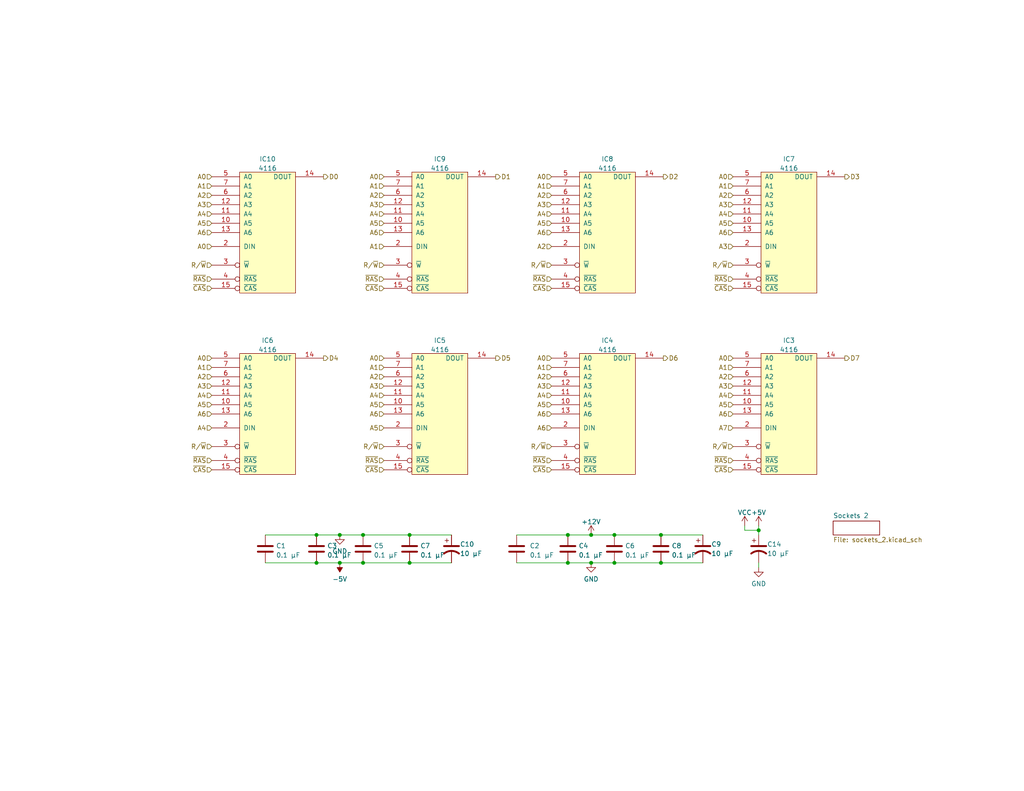
<source format=kicad_sch>
(kicad_sch (version 20250114) (generator "eeschema") (generator_version "9.0")
  (paper "USLetter")
  (title_block (date "2022-11-20") (comment 3 "Color Graphics\" by Steve Ciarcia, Byte, August 1982") (comment 4 "Transcribed from \"High-Resolution Sprite-Oriented"))
  (lib_symbols
    (symbol "partdb:C315C104M5U5TA7303" (pin_numbers (hide yes)) (pin_names (offset 0.254)) (exclude_from_sim yes)
      (property "Reference" "C" (at 0.635 2.54 0))
      (property "Value" "0.1 µF" (at 0.635 -2.54 0))
      (symbol "C315C104M5U5TA7303_0_1"
        (polyline (pts (xy -2.032 0.762) (xy 2.032 0.762)) (stroke (width 0.508)))
        (polyline (pts (xy -2.032 -0.762) (xy 2.032 -0.762)) (stroke (width 0.508)))
      )
      (symbol "C315C104M5U5TA7303_1_1"
        (pin passive line (at 0 3.81 270) (length 2.794) (name "~") (number "1"))
        (pin passive line (at 0 -3.81 90) (length 2.794) (name "~") (number "2"))
      )
    )
    (symbol "partdb:ECE-A1EKS100B" (pin_numbers (hide yes)) (pin_names (offset 0.254) (hide yes)) (exclude_from_sim yes)
      (property "Reference" "C" (at 0.635 2.54 0))
      (property "Value" "10 µF" (at 0.635 -2.54 0))
      (symbol "ECE-A1EKS100B_0_1"
        (polyline (pts (xy -2.032 0.762) (xy 2.032 0.762)) (stroke (width 0.508)))
        (polyline (pts (xy -1.778 2.286) (xy -0.762 2.286)))
        (polyline (pts (xy -1.27 1.778) (xy -1.27 2.794)))
        (arc (start -2.032 -1.27) (mid 0 -0.5572) (end 2.032 -1.27) (stroke (width 0.508)))
      )
      (symbol "ECE-A1EKS100B_1_1"
        (pin passive line (at 0 3.81 270) (length 2.794) (name "~") (number "1"))
        (pin passive line (at 0 -3.81 90) (length 3.302) (name "~") (number "2"))
      )
    )
    (symbol "partdb:MCM4116BP15" (pin_names (offset 1.016)) (exclude_from_sim yes)
      (property "Reference" "U" (at 0 28.7274 0))
      (property "Value" "MCM4116BP15" (at 0 26.416 0))
      (symbol "MCM4116BP15_0_0"
        (pin power_in line (at -2.54 24.13 270) (length 1.27) (hide yes) (name "-5V") (number "1"))
        (pin power_in line (at 0 24.13 270) (length 1.27) (hide yes) (name "VCC") (number "9"))
        (pin power_in line (at 0 -8.89 90) (length 1.27) (hide yes) (name "GND") (number "16"))
        (pin power_in line (at 2.54 24.13 270) (length 1.27) (hide yes) (name "+12V") (number "8"))
      )
      (symbol "MCM4116BP15_0_1"
        (rectangle (start -7.62 24.13) (end 7.62 -8.89) (fill (type background)))
      )
      (symbol "MCM4116BP15_1_1"
        (pin input line (at -15.24 22.86 0) (length 7.62) (name "A0") (number "5"))
        (pin input line (at -15.24 20.32 0) (length 7.62) (name "A1") (number "7"))
        (pin input line (at -15.24 17.78 0) (length 7.62) (name "A2") (number "6"))
        (pin input line (at -15.24 15.24 0) (length 7.62) (name "A3") (number "12"))
        (pin input line (at -15.24 12.7 0) (length 7.62) (name "A4") (number "11"))
        (pin input line (at -15.24 10.16 0) (length 7.62) (name "A5") (number "10"))
        (pin input line (at -15.24 7.62 0) (length 7.62) (name "A6") (number "13"))
        (pin input line (at -15.24 3.81 0) (length 7.62) (name "DIN") (number "2"))
        (pin input inverted (at -15.24 -1.27 0) (length 7.62) (name "~{W}") (number "3"))
        (pin input inverted (at -15.24 -5.08 0) (length 7.62) (name "~{RAS}") (number "4"))
        (pin input inverted (at -15.24 -7.62 0) (length 7.62) (name "~{CAS}") (number "15"))
        (pin output line (at 15.24 22.86 180) (length 7.62) (name "DOUT") (number "14"))
      )
    )
    (symbol "power:+12V" (power) (pin_numbers (hide yes)) (pin_names (offset 0) (hide yes))
      (property "Value" "+12V" (at 0 3.556 0))
      (symbol "+12V_0_1"
        (polyline (pts (xy -0.762 1.27) (xy 0 2.54)))
        (polyline (pts (xy 0 2.54) (xy 0.762 1.27)))
        (polyline (pts (xy 0 0) (xy 0 2.54)))
      )
      (symbol "+12V_1_1"
        (pin power_in line (at 0 0 90) (length 0) (name "~") (number "1"))
      )
    )
    (symbol "power:+5V" (power) (pin_numbers (hide yes)) (pin_names (offset 0) (hide yes))
      (property "Value" "+5V" (at 0 3.556 0))
      (symbol "+5V_0_1"
        (polyline (pts (xy -0.762 1.27) (xy 0 2.54)))
        (polyline (pts (xy 0 2.54) (xy 0.762 1.27)))
        (polyline (pts (xy 0 0) (xy 0 2.54)))
      )
      (symbol "+5V_1_1"
        (pin power_in line (at 0 0 90) (length 0) (name "~") (number "1"))
      )
    )
    (symbol "power:-5V" (power) (pin_numbers (hide yes)) (pin_names (offset 0) (hide yes))
      (property "Value" "-5V" (at 0 3.556 0))
      (symbol "-5V_0_0"
        (pin power_in line (at 0 0 90) (length 0) (name "~") (number "1"))
      )
      (symbol "-5V_0_1"
        (polyline (pts (xy 0 0) (xy 0 1.27) (xy 0.762 1.27) (xy 0 2.54) (xy -0.762 1.27) (xy 0 1.27)) (fill (type outline)))
      )
    )
    (symbol "power:GND" (power) (pin_numbers (hide yes)) (pin_names (offset 0) (hide yes))
      (property "Value" "GND" (at 0 -3.81 0))
      (symbol "GND_0_1"
        (polyline (pts (xy 0 0) (xy 0 -1.27) (xy 1.27 -1.27) (xy 0 -2.54) (xy -1.27 -1.27) (xy 0 -1.27)))
      )
      (symbol "GND_1_1"
        (pin power_in line (at 0 0 270) (length 0) (name "~") (number "1"))
      )
    )
    (symbol "power:VCC" (power) (pin_numbers (hide yes)) (pin_names (offset 0) (hide yes))
      (property "Value" "VCC" (at 0 3.556 0))
      (symbol "VCC_0_1"
        (polyline (pts (xy -0.762 1.27) (xy 0 2.54)))
        (polyline (pts (xy 0 2.54) (xy 0.762 1.27)))
        (polyline (pts (xy 0 0) (xy 0 2.54)))
      )
      (symbol "VCC_1_1"
        (pin power_in line (at 0 0 90) (length 0) (name "~") (number "1"))
      )
    )
  )
  (junction (at 92.71 146.05))
  (junction (at 154.94 153.67))
  (junction (at 161.29 153.67))
  (junction (at 99.06 153.67))
  (junction (at 167.64 146.05))
  (junction (at 161.29 146.05))
  (junction (at 92.71 153.67))
  (junction (at 180.34 153.67))
  (junction (at 180.34 146.05))
  (junction (at 86.36 146.05))
  (junction (at 86.36 153.67))
  (junction (at 207.01 144.78))
  (junction (at 167.64 153.67))
  (junction (at 154.94 146.05))
  (junction (at 111.76 153.67))
  (junction (at 111.76 146.05))
  (junction (at 99.06 146.05))
  (wire (pts (xy 167.64 153.67) (xy 180.34 153.67)))
  (wire (pts (xy 180.34 146.05) (xy 191.77 146.05)))
  (wire (pts (xy 111.76 153.67) (xy 123.19 153.67)))
  (wire (pts (xy 111.76 146.05) (xy 123.19 146.05)))
  (wire (pts (xy 161.29 153.67) (xy 167.64 153.67)))
  (wire (pts (xy 92.71 146.05) (xy 99.06 146.05)))
  (wire (pts (xy 99.06 146.05) (xy 111.76 146.05)))
  (wire (pts (xy 207.01 144.78) (xy 207.01 146.05)))
  (wire (pts (xy 154.94 146.05) (xy 161.29 146.05)))
  (wire (pts (xy 180.34 153.67) (xy 191.77 153.67)))
  (wire (pts (xy 203.2 144.78) (xy 207.01 144.78)))
  (wire (pts (xy 99.06 153.67) (xy 111.76 153.67)))
  (wire (pts (xy 92.71 153.67) (xy 99.06 153.67)))
  (wire (pts (xy 203.2 143.51) (xy 203.2 144.78)))
  (wire (pts (xy 167.64 146.05) (xy 180.34 146.05)))
  (wire (pts (xy 86.36 146.05) (xy 92.71 146.05)))
  (wire (pts (xy 86.36 153.67) (xy 92.71 153.67)))
  (wire (pts (xy 140.97 153.67) (xy 154.94 153.67)))
  (wire (pts (xy 72.39 146.05) (xy 86.36 146.05)))
  (wire (pts (xy 154.94 153.67) (xy 161.29 153.67)))
  (wire (pts (xy 161.29 146.05) (xy 167.64 146.05)))
  (wire (pts (xy 207.01 153.67) (xy 207.01 154.94)))
  (wire (pts (xy 140.97 146.05) (xy 154.94 146.05)))
  (wire (pts (xy 207.01 143.51) (xy 207.01 144.78)))
  (wire (pts (xy 72.39 153.67) (xy 86.36 153.67)))
  (hierarchical_label "A1" (shape input) (at 200.025 100.33 180))
  (hierarchical_label "D3" (shape output) (at 230.505 48.26 0))
  (hierarchical_label "D1" (shape output) (at 135.255 48.26 0))
  (hierarchical_label "A6" (shape input) (at 57.785 113.03 180))
  (hierarchical_label "~{RAS}" (shape input) (at 200.025 125.73 180))
  (hierarchical_label "~{RAS}" (shape input) (at 57.785 125.73 180))
  (hierarchical_label "A4" (shape input) (at 57.785 116.84 180))
  (hierarchical_label "A5" (shape input) (at 150.495 110.49 180))
  (hierarchical_label "~{CAS}" (shape input) (at 57.785 128.27 180))
  (hierarchical_label "A0" (shape input) (at 104.775 97.79 180))
  (hierarchical_label "A3" (shape input) (at 57.785 105.41 180))
  (hierarchical_label "A5" (shape input) (at 104.775 110.49 180))
  (hierarchical_label "A1" (shape input) (at 57.785 100.33 180))
  (hierarchical_label "R{slash}~{W}" (shape input) (at 200.025 72.39 180))
  (hierarchical_label "A3" (shape input) (at 200.025 67.31 180))
  (hierarchical_label "A0" (shape input) (at 57.785 67.31 180))
  (hierarchical_label "R{slash}~{W}" (shape input) (at 200.025 121.92 180))
  (hierarchical_label "A6" (shape input) (at 200.025 113.03 180))
  (hierarchical_label "A2" (shape input) (at 104.775 102.87 180))
  (hierarchical_label "R{slash}~{W}" (shape input) (at 150.495 72.39 180))
  (hierarchical_label "D4" (shape output) (at 88.265 97.79 0))
  (hierarchical_label "A0" (shape input) (at 57.785 97.79 180))
  (hierarchical_label "~{CAS}" (shape input) (at 104.775 78.74 180))
  (hierarchical_label "A6" (shape input) (at 57.785 63.5 180))
  (hierarchical_label "D0" (shape output) (at 88.265 48.26 0))
  (hierarchical_label "A2" (shape input) (at 57.785 102.87 180))
  (hierarchical_label "A3" (shape input) (at 150.495 55.88 180))
  (hierarchical_label "A4" (shape input) (at 150.495 58.42 180))
  (hierarchical_label "~{RAS}" (shape input) (at 57.785 76.2 180))
  (hierarchical_label "~{CAS}" (shape input) (at 104.775 128.27 180))
  (hierarchical_label "A4" (shape input) (at 104.775 58.42 180))
  (hierarchical_label "A1" (shape input) (at 104.775 67.31 180))
  (hierarchical_label "A6" (shape input) (at 150.495 116.84 180))
  (hierarchical_label "A6" (shape input) (at 104.775 113.03 180))
  (hierarchical_label "R{slash}~{W}" (shape input) (at 57.785 72.39 180))
  (hierarchical_label "A0" (shape input) (at 104.775 48.26 180))
  (hierarchical_label "A4" (shape input) (at 104.775 107.95 180))
  (hierarchical_label "A1" (shape input) (at 57.785 50.8 180))
  (hierarchical_label "A5" (shape input) (at 104.775 116.84 180))
  (hierarchical_label "~{RAS}" (shape input) (at 150.495 76.2 180))
  (hierarchical_label "A1" (shape input) (at 104.775 100.33 180))
  (hierarchical_label "~{CAS}" (shape input) (at 150.495 128.27 180))
  (hierarchical_label "A3" (shape input) (at 57.785 55.88 180))
  (hierarchical_label "A3" (shape input) (at 104.775 55.88 180))
  (hierarchical_label "A5" (shape input) (at 104.775 60.96 180))
  (hierarchical_label "A6" (shape input) (at 150.495 113.03 180))
  (hierarchical_label "D5" (shape output) (at 135.255 97.79 0))
  (hierarchical_label "A0" (shape input) (at 150.495 97.79 180))
  (hierarchical_label "~{RAS}" (shape input) (at 104.775 76.2 180))
  (hierarchical_label "A2" (shape input) (at 150.495 102.87 180))
  (hierarchical_label "~{CAS}" (shape input) (at 57.785 78.74 180))
  (hierarchical_label "~{RAS}" (shape input) (at 200.025 76.2 180))
  (hierarchical_label "A0" (shape input) (at 57.785 48.26 180))
  (hierarchical_label "A2" (shape input) (at 57.785 53.34 180))
  (hierarchical_label "A5" (shape input) (at 200.025 60.96 180))
  (hierarchical_label "A4" (shape input) (at 200.025 58.42 180))
  (hierarchical_label "R{slash}~{W}" (shape input) (at 57.785 121.92 180))
  (hierarchical_label "~{RAS}" (shape input) (at 150.495 125.73 180))
  (hierarchical_label "R{slash}~{W}" (shape input) (at 150.495 121.92 180))
  (hierarchical_label "A2" (shape input) (at 200.025 102.87 180))
  (hierarchical_label "A4" (shape input) (at 150.495 107.95 180))
  (hierarchical_label "~{CAS}" (shape input) (at 200.025 78.74 180))
  (hierarchical_label "A5" (shape input) (at 57.785 110.49 180))
  (hierarchical_label "A4" (shape input) (at 57.785 107.95 180))
  (hierarchical_label "R{slash}~{W}" (shape input) (at 104.775 72.39 180))
  (hierarchical_label "A1" (shape input) (at 200.025 50.8 180))
  (hierarchical_label "A3" (shape input) (at 104.775 105.41 180))
  (hierarchical_label "A1" (shape input) (at 150.495 100.33 180))
  (hierarchical_label "A2" (shape input) (at 150.495 67.31 180))
  (hierarchical_label "~{CAS}" (shape input) (at 150.495 78.74 180))
  (hierarchical_label "A4" (shape input) (at 200.025 107.95 180))
  (hierarchical_label "A3" (shape input) (at 200.025 55.88 180))
  (hierarchical_label "A2" (shape input) (at 104.775 53.34 180))
  (hierarchical_label "R{slash}~{W}" (shape input) (at 104.775 121.92 180))
  (hierarchical_label "A7" (shape input) (at 200.025 116.84 180))
  (hierarchical_label "A2" (shape input) (at 150.495 53.34 180))
  (hierarchical_label "D7" (shape output) (at 230.505 97.79 0))
  (hierarchical_label "A0" (shape input) (at 150.495 48.26 180))
  (hierarchical_label "A5" (shape input) (at 57.785 60.96 180))
  (hierarchical_label "D6" (shape output) (at 180.975 97.79 0))
  (hierarchical_label "A6" (shape input) (at 150.495 63.5 180))
  (hierarchical_label "A1" (shape input) (at 104.775 50.8 180))
  (hierarchical_label "A6" (shape input) (at 104.775 63.5 180))
  (hierarchical_label "A6" (shape input) (at 200.025 63.5 180))
  (hierarchical_label "A2" (shape input) (at 200.025 53.34 180))
  (hierarchical_label "A5" (shape input) (at 200.025 110.49 180))
  (hierarchical_label "~{RAS}" (shape input) (at 104.775 125.73 180))
  (hierarchical_label "A3" (shape input) (at 200.025 105.41 180))
  (hierarchical_label "A3" (shape input) (at 150.495 105.41 180))
  (hierarchical_label "A0" (shape input) (at 200.025 48.26 180))
  (hierarchical_label "~{CAS}" (shape input) (at 200.025 128.27 180))
  (hierarchical_label "A0" (shape input) (at 200.025 97.79 180))
  (hierarchical_label "A5" (shape input) (at 150.495 60.96 180))
  (hierarchical_label "A1" (shape input) (at 150.495 50.8 180))
  (hierarchical_label "A4" (shape input) (at 57.785 58.42 180))
  (hierarchical_label "D2" (shape output) (at 180.975 48.26 0))
  (symbol (lib_id "partdb:C315C104M5U5TA7303") (at 99.06 149.86 0) (unit 1) (exclude_from_sim yes)
    (property "Reference" "C5" (at 101.981 149.0253 0) (effects (justify left)))
    (property "Value" "0.1 µF" (at 101.981 151.5622 0) (effects (justify left)))
    (property "Footprint" "Capacitor_THT:C_Disc_D3.8mm_W2.6mm_P2.50mm" (effects (hide yes)))
    (property "Datasheet" "https://partdb.alfter.us/en/part/237/info" (effects (hide yes)))
    (property "Description" "0.1 µF ±20% 50V Ceramic Capacitor Z5U Radial" (effects (hide yes)))
    (property "MPN" "C315C104M5U5TA7303" (effects (hide yes)))
    (property "Manufacturer" "KEMET" (effects (hide yes)))
    (property "Manufacturing Status" "Active" (effects (hide yes)))
    (property "Part-DB Footprint" "Plugin" (effects (hide yes)))
    (property "Mass" "0.001 g" (effects (hide yes)))
    (property "Part-DB ID" "237" (effects (hide yes)))
    (property "Part-DB IPN" "209" (effects (hide yes)))
    (property "LCSC" "C2169797" (effects (hide yes)))
    (property "DigiKey" "399-9859-1-ND" (effects (hide yes)))
    (property "Category" "Capacitors/Ceramic Capacitors" (effects (hide yes)))
  )
  (symbol (lib_id "partdb:MCM4116BP15") (at 120.015 71.12 0) (unit 1) (exclude_from_sim yes)
    (property "Reference" "IC9" (at 120.015 43.4172 0))
    (property "Value" "4116" (at 120.015 45.9541 0))
    (property "Footprint" "Package_DIP:DIP-16_W7.62mm" (effects (hide yes)))
    (property "Datasheet" "https://partdb.alfter.us/en/part/243/info" (effects (hide yes)))
    (property "Description" "IC 4116-15 DRAM 16384-Bit (16Kx1) 150ns 5V" (effects (hide yes)))
    (property "MPN" "MCM4116BP15" (effects (hide yes)))
    (property "Manufacturer" "Motorola" (effects (hide yes)))
    (property "Manufacturing Status" "Discontinued" (effects (hide yes)))
    (property "Part-DB ID" "243" (effects (hide yes)))
    (property "Part-DB IPN" "215" (effects (hide yes)))
    (property "Category" "Integrated Circuits (ICs)/Memory" (effects (hide yes)))
    (property "Part-DB Footprint" "DIP-16" (effects (hide yes)))
  )
  (symbol (lib_id "partdb:C315C104M5U5TA7303") (at 140.97 149.86 0) (unit 1) (exclude_from_sim yes)
    (property "Reference" "C2" (at 144.526 149.0253 0) (effects (justify left)))
    (property "Value" "0.1 µF" (at 144.526 151.5622 0) (effects (justify left)))
    (property "Footprint" "Capacitor_THT:C_Disc_D3.8mm_W2.6mm_P2.50mm" (effects (hide yes)))
    (property "Datasheet" "https://partdb.alfter.us/en/part/237/info" (effects (hide yes)))
    (property "Description" "0.1 µF ±20% 50V Ceramic Capacitor Z5U Radial" (effects (hide yes)))
    (property "MPN" "C315C104M5U5TA7303" (effects (hide yes)))
    (property "Manufacturer" "KEMET" (effects (hide yes)))
    (property "Manufacturing Status" "Active" (effects (hide yes)))
    (property "Part-DB Footprint" "Plugin" (effects (hide yes)))
    (property "Mass" "0.001 g" (effects (hide yes)))
    (property "Part-DB ID" "237" (effects (hide yes)))
    (property "Part-DB IPN" "209" (effects (hide yes)))
    (property "LCSC" "C2169797" (effects (hide yes)))
    (property "DigiKey" "399-9859-1-ND" (effects (hide yes)))
    (property "Category" "Capacitors/Ceramic Capacitors" (effects (hide yes)))
  )
  (symbol (lib_id "power:+5V") (at 207.01 143.51 0) (unit 1)
    (property "Reference" "#PWR0116" (effects (hide yes)))
    (property "Value" "+5V" (at 207.01 139.9342 0))
    (property "Description" "Power symbol creates a global label with name \"+5V\"" (effects (hide yes)))
  )
  (symbol (lib_id "partdb:ECE-A1EKS100B") (at 123.19 149.86 0) (unit 1) (exclude_from_sim yes)
    (property "Reference" "C10" (at 125.5014 148.5935 0) (effects (justify left)))
    (property "Value" "10 µF" (at 125.5014 151.1304 0) (effects (justify left)))
    (property "Footprint" "Capacitor_THT:CP_Radial_D5.0mm_P2.00mm" (effects (hide yes)))
    (property "Datasheet" "https://partdb.alfter.us/en/part/238/info" (effects (hide yes)))
    (property "Description" "10 µF 25 V Aluminum Electrolytic Capacitors Radial, Can 1000 Hrs @ 85°C" (effects (hide yes)))
    (property "MPN" "ECE-A1EKS100B" (effects (hide yes)))
    (property "Manufacturer" "Panasonic Electronic Components" (effects (hide yes)))
    (property "Manufacturing Status" "Active" (effects (hide yes)))
    (property "Part-DB Footprint" "Plugin,D5xL5mm" (effects (hide yes)))
    (property "Mass" "0.001 g" (effects (hide yes)))
    (property "Part-DB ID" "238" (effects (hide yes)))
    (property "Part-DB IPN" "210" (effects (hide yes)))
    (property "LCSC" "C1498298" (effects (hide yes)))
    (property "DigiKey" "10-ECE-A1EKS100BCT-ND" (effects (hide yes)))
    (property "Category" "Capacitors/Aluminum Electrolytic Capacitors" (effects (hide yes)))
  )
  (symbol (lib_id "partdb:C315C104M5U5TA7303") (at 72.39 149.86 0) (unit 1) (exclude_from_sim yes)
    (property "Reference" "C1" (at 75.311 149.0253 0) (effects (justify left)))
    (property "Value" "0.1 µF" (at 75.311 151.5622 0) (effects (justify left)))
    (property "Footprint" "Capacitor_THT:C_Disc_D3.8mm_W2.6mm_P2.50mm" (effects (hide yes)))
    (property "Datasheet" "https://partdb.alfter.us/en/part/237/info" (effects (hide yes)))
    (property "Description" "0.1 µF ±20% 50V Ceramic Capacitor Z5U Radial" (effects (hide yes)))
    (property "MPN" "C315C104M5U5TA7303" (effects (hide yes)))
    (property "Manufacturer" "KEMET" (effects (hide yes)))
    (property "Manufacturing Status" "Active" (effects (hide yes)))
    (property "Part-DB Footprint" "Plugin" (effects (hide yes)))
    (property "Mass" "0.001 g" (effects (hide yes)))
    (property "Part-DB ID" "237" (effects (hide yes)))
    (property "Part-DB IPN" "209" (effects (hide yes)))
    (property "LCSC" "C2169797" (effects (hide yes)))
    (property "DigiKey" "399-9859-1-ND" (effects (hide yes)))
    (property "Category" "Capacitors/Ceramic Capacitors" (effects (hide yes)))
  )
  (symbol (lib_id "partdb:MCM4116BP15") (at 215.265 120.65 0) (unit 1) (exclude_from_sim yes)
    (property "Reference" "IC3" (at 215.265 92.9472 0))
    (property "Value" "4116" (at 215.265 95.4841 0))
    (property "Footprint" "Package_DIP:DIP-16_W7.62mm" (effects (hide yes)))
    (property "Datasheet" "https://partdb.alfter.us/en/part/243/info" (effects (hide yes)))
    (property "Description" "IC 4116-15 DRAM 16384-Bit (16Kx1) 150ns 5V" (effects (hide yes)))
    (property "MPN" "MCM4116BP15" (effects (hide yes)))
    (property "Manufacturer" "Motorola" (effects (hide yes)))
    (property "Manufacturing Status" "Discontinued" (effects (hide yes)))
    (property "Part-DB ID" "243" (effects (hide yes)))
    (property "Part-DB IPN" "215" (effects (hide yes)))
    (property "Category" "Integrated Circuits (ICs)/Memory" (effects (hide yes)))
    (property "Part-DB Footprint" "DIP-16" (effects (hide yes)))
  )
  (symbol (lib_id "partdb:C315C104M5U5TA7303") (at 86.36 149.86 0) (unit 1) (exclude_from_sim yes)
    (property "Reference" "C3" (at 89.281 149.0253 0) (effects (justify left)))
    (property "Value" "0.1 µF" (at 89.281 151.5622 0) (effects (justify left)))
    (property "Footprint" "Capacitor_THT:C_Disc_D3.8mm_W2.6mm_P2.50mm" (effects (hide yes)))
    (property "Datasheet" "https://partdb.alfter.us/en/part/237/info" (effects (hide yes)))
    (property "Description" "0.1 µF ±20% 50V Ceramic Capacitor Z5U Radial" (effects (hide yes)))
    (property "MPN" "C315C104M5U5TA7303" (effects (hide yes)))
    (property "Manufacturer" "KEMET" (effects (hide yes)))
    (property "Manufacturing Status" "Active" (effects (hide yes)))
    (property "Part-DB Footprint" "Plugin" (effects (hide yes)))
    (property "Mass" "0.001 g" (effects (hide yes)))
    (property "Part-DB ID" "237" (effects (hide yes)))
    (property "Part-DB IPN" "209" (effects (hide yes)))
    (property "LCSC" "C2169797" (effects (hide yes)))
    (property "DigiKey" "399-9859-1-ND" (effects (hide yes)))
    (property "Category" "Capacitors/Ceramic Capacitors" (effects (hide yes)))
  )
  (symbol (lib_id "power:GND") (at 92.71 146.05 0) (unit 1)
    (property "Reference" "#PWR0112" (effects (hide yes)))
    (property "Value" "GND" (at 92.71 150.4934 0))
    (property "Description" "Power symbol creates a global label with name \"GND\" , ground" (effects (hide yes)))
  )
  (symbol (lib_id "power:-5V") (at 92.71 153.67 180) (unit 1)
    (property "Reference" "#PWR0113" (effects (hide yes)))
    (property "Value" "-5V" (at 92.71 158.1134 0))
    (property "Description" "Power symbol creates a global label with name \"-5V\"" (effects (hide yes)))
  )
  (symbol (lib_id "power:VCC") (at 203.2 143.51 0) (unit 1)
    (property "Reference" "#PWR0119" (effects (hide yes)))
    (property "Value" "VCC" (at 203.2 139.9342 0))
    (property "Description" "Power symbol creates a global label with name \"VCC\"" (effects (hide yes)))
  )
  (symbol (lib_id "partdb:ECE-A1EKS100B") (at 207.01 149.86 0) (unit 1) (exclude_from_sim yes)
    (property "Reference" "C14" (at 209.3214 148.5935 0) (effects (justify left)))
    (property "Value" "10 µF" (at 209.3214 151.1304 0) (effects (justify left)))
    (property "Footprint" "Capacitor_THT:CP_Radial_D5.0mm_P2.00mm" (effects (hide yes)))
    (property "Datasheet" "https://partdb.alfter.us/en/part/238/info" (effects (hide yes)))
    (property "Description" "10 µF 25 V Aluminum Electrolytic Capacitors Radial, Can 1000 Hrs @ 85°C" (effects (hide yes)))
    (property "MPN" "ECE-A1EKS100B" (effects (hide yes)))
    (property "Manufacturer" "Panasonic Electronic Components" (effects (hide yes)))
    (property "Manufacturing Status" "Active" (effects (hide yes)))
    (property "Part-DB Footprint" "Plugin,D5xL5mm" (effects (hide yes)))
    (property "Mass" "0.001 g" (effects (hide yes)))
    (property "Part-DB ID" "238" (effects (hide yes)))
    (property "Part-DB IPN" "210" (effects (hide yes)))
    (property "LCSC" "C1498298" (effects (hide yes)))
    (property "DigiKey" "10-ECE-A1EKS100BCT-ND" (effects (hide yes)))
    (property "Category" "Capacitors/Aluminum Electrolytic Capacitors" (effects (hide yes)))
  )
  (symbol (lib_id "partdb:ECE-A1EKS100B") (at 191.77 149.86 0) (unit 1) (exclude_from_sim yes)
    (property "Reference" "C9" (at 194.0814 148.5935 0) (effects (justify left)))
    (property "Value" "10 µF" (at 194.0814 151.1304 0) (effects (justify left)))
    (property "Footprint" "Capacitor_THT:CP_Radial_D5.0mm_P2.00mm" (effects (hide yes)))
    (property "Datasheet" "https://partdb.alfter.us/en/part/238/info" (effects (hide yes)))
    (property "Description" "10 µF 25 V Aluminum Electrolytic Capacitors Radial, Can 1000 Hrs @ 85°C" (effects (hide yes)))
    (property "MPN" "ECE-A1EKS100B" (effects (hide yes)))
    (property "Manufacturer" "Panasonic Electronic Components" (effects (hide yes)))
    (property "Manufacturing Status" "Active" (effects (hide yes)))
    (property "Part-DB Footprint" "Plugin,D5xL5mm" (effects (hide yes)))
    (property "Mass" "0.001 g" (effects (hide yes)))
    (property "Part-DB ID" "238" (effects (hide yes)))
    (property "Part-DB IPN" "210" (effects (hide yes)))
    (property "LCSC" "C1498298" (effects (hide yes)))
    (property "DigiKey" "10-ECE-A1EKS100BCT-ND" (effects (hide yes)))
    (property "Category" "Capacitors/Aluminum Electrolytic Capacitors" (effects (hide yes)))
  )
  (symbol (lib_id "partdb:C315C104M5U5TA7303") (at 180.34 149.86 0) (unit 1) (exclude_from_sim yes)
    (property "Reference" "C8" (at 183.261 149.0253 0) (effects (justify left)))
    (property "Value" "0.1 µF" (at 183.261 151.5622 0) (effects (justify left)))
    (property "Footprint" "Capacitor_THT:C_Disc_D3.8mm_W2.6mm_P2.50mm" (effects (hide yes)))
    (property "Datasheet" "https://partdb.alfter.us/en/part/237/info" (effects (hide yes)))
    (property "Description" "0.1 µF ±20% 50V Ceramic Capacitor Z5U Radial" (effects (hide yes)))
    (property "MPN" "C315C104M5U5TA7303" (effects (hide yes)))
    (property "Manufacturer" "KEMET" (effects (hide yes)))
    (property "Manufacturing Status" "Active" (effects (hide yes)))
    (property "Part-DB Footprint" "Plugin" (effects (hide yes)))
    (property "Mass" "0.001 g" (effects (hide yes)))
    (property "Part-DB ID" "237" (effects (hide yes)))
    (property "Part-DB IPN" "209" (effects (hide yes)))
    (property "LCSC" "C2169797" (effects (hide yes)))
    (property "DigiKey" "399-9859-1-ND" (effects (hide yes)))
    (property "Category" "Capacitors/Ceramic Capacitors" (effects (hide yes)))
  )
  (symbol (lib_id "partdb:MCM4116BP15") (at 73.025 71.12 0) (unit 1) (exclude_from_sim yes)
    (property "Reference" "IC10" (at 73.025 43.4172 0))
    (property "Value" "4116" (at 73.025 45.9541 0))
    (property "Footprint" "Package_DIP:DIP-16_W7.62mm" (effects (hide yes)))
    (property "Datasheet" "https://partdb.alfter.us/en/part/243/info" (effects (hide yes)))
    (property "Description" "IC 4116-15 DRAM 16384-Bit (16Kx1) 150ns 5V" (effects (hide yes)))
    (property "MPN" "MCM4116BP15" (effects (hide yes)))
    (property "Manufacturer" "Motorola" (effects (hide yes)))
    (property "Manufacturing Status" "Discontinued" (effects (hide yes)))
    (property "Part-DB ID" "243" (effects (hide yes)))
    (property "Part-DB IPN" "215" (effects (hide yes)))
    (property "Category" "Integrated Circuits (ICs)/Memory" (effects (hide yes)))
    (property "Part-DB Footprint" "DIP-16" (effects (hide yes)))
  )
  (symbol (lib_id "partdb:C315C104M5U5TA7303") (at 167.64 149.86 0) (unit 1) (exclude_from_sim yes)
    (property "Reference" "C6" (at 170.561 149.0253 0) (effects (justify left)))
    (property "Value" "0.1 µF" (at 170.561 151.5622 0) (effects (justify left)))
    (property "Footprint" "Capacitor_THT:C_Disc_D3.8mm_W2.6mm_P2.50mm" (effects (hide yes)))
    (property "Datasheet" "https://partdb.alfter.us/en/part/237/info" (effects (hide yes)))
    (property "Description" "0.1 µF ±20% 50V Ceramic Capacitor Z5U Radial" (effects (hide yes)))
    (property "MPN" "C315C104M5U5TA7303" (effects (hide yes)))
    (property "Manufacturer" "KEMET" (effects (hide yes)))
    (property "Manufacturing Status" "Active" (effects (hide yes)))
    (property "Part-DB Footprint" "Plugin" (effects (hide yes)))
    (property "Mass" "0.001 g" (effects (hide yes)))
    (property "Part-DB ID" "237" (effects (hide yes)))
    (property "Part-DB IPN" "209" (effects (hide yes)))
    (property "LCSC" "C2169797" (effects (hide yes)))
    (property "DigiKey" "399-9859-1-ND" (effects (hide yes)))
    (property "Category" "Capacitors/Ceramic Capacitors" (effects (hide yes)))
  )
  (symbol (lib_id "partdb:MCM4116BP15") (at 165.735 71.12 0) (unit 1) (exclude_from_sim yes)
    (property "Reference" "IC8" (at 165.735 43.4172 0))
    (property "Value" "4116" (at 165.735 45.9541 0))
    (property "Footprint" "Package_DIP:DIP-16_W7.62mm" (effects (hide yes)))
    (property "Datasheet" "https://partdb.alfter.us/en/part/243/info" (effects (hide yes)))
    (property "Description" "IC 4116-15 DRAM 16384-Bit (16Kx1) 150ns 5V" (effects (hide yes)))
    (property "MPN" "MCM4116BP15" (effects (hide yes)))
    (property "Manufacturer" "Motorola" (effects (hide yes)))
    (property "Manufacturing Status" "Discontinued" (effects (hide yes)))
    (property "Part-DB ID" "243" (effects (hide yes)))
    (property "Part-DB IPN" "215" (effects (hide yes)))
    (property "Category" "Integrated Circuits (ICs)/Memory" (effects (hide yes)))
    (property "Part-DB Footprint" "DIP-16" (effects (hide yes)))
  )
  (symbol (lib_id "partdb:MCM4116BP15") (at 165.735 120.65 0) (unit 1) (exclude_from_sim yes)
    (property "Reference" "IC4" (at 165.735 92.9472 0))
    (property "Value" "4116" (at 165.735 95.4841 0))
    (property "Footprint" "Package_DIP:DIP-16_W7.62mm" (effects (hide yes)))
    (property "Datasheet" "https://partdb.alfter.us/en/part/243/info" (effects (hide yes)))
    (property "Description" "IC 4116-15 DRAM 16384-Bit (16Kx1) 150ns 5V" (effects (hide yes)))
    (property "MPN" "MCM4116BP15" (effects (hide yes)))
    (property "Manufacturer" "Motorola" (effects (hide yes)))
    (property "Manufacturing Status" "Discontinued" (effects (hide yes)))
    (property "Part-DB ID" "243" (effects (hide yes)))
    (property "Part-DB IPN" "215" (effects (hide yes)))
    (property "Category" "Integrated Circuits (ICs)/Memory" (effects (hide yes)))
    (property "Part-DB Footprint" "DIP-16" (effects (hide yes)))
  )
  (symbol (lib_id "partdb:MCM4116BP15") (at 215.265 71.12 0) (unit 1) (exclude_from_sim yes)
    (property "Reference" "IC7" (at 215.265 43.4172 0))
    (property "Value" "4116" (at 215.265 45.9541 0))
    (property "Footprint" "Package_DIP:DIP-16_W7.62mm" (effects (hide yes)))
    (property "Datasheet" "https://partdb.alfter.us/en/part/243/info" (effects (hide yes)))
    (property "Description" "IC 4116-15 DRAM 16384-Bit (16Kx1) 150ns 5V" (effects (hide yes)))
    (property "MPN" "MCM4116BP15" (effects (hide yes)))
    (property "Manufacturer" "Motorola" (effects (hide yes)))
    (property "Manufacturing Status" "Discontinued" (effects (hide yes)))
    (property "Part-DB ID" "243" (effects (hide yes)))
    (property "Part-DB IPN" "215" (effects (hide yes)))
    (property "Category" "Integrated Circuits (ICs)/Memory" (effects (hide yes)))
    (property "Part-DB Footprint" "DIP-16" (effects (hide yes)))
  )
  (symbol (lib_id "partdb:MCM4116BP15") (at 120.015 120.65 0) (unit 1) (exclude_from_sim yes)
    (property "Reference" "IC5" (at 120.015 92.9472 0))
    (property "Value" "4116" (at 120.015 95.4841 0))
    (property "Footprint" "Package_DIP:DIP-16_W7.62mm" (effects (hide yes)))
    (property "Datasheet" "https://partdb.alfter.us/en/part/243/info" (effects (hide yes)))
    (property "Description" "IC 4116-15 DRAM 16384-Bit (16Kx1) 150ns 5V" (effects (hide yes)))
    (property "MPN" "MCM4116BP15" (effects (hide yes)))
    (property "Manufacturer" "Motorola" (effects (hide yes)))
    (property "Manufacturing Status" "Discontinued" (effects (hide yes)))
    (property "Part-DB ID" "243" (effects (hide yes)))
    (property "Part-DB IPN" "215" (effects (hide yes)))
    (property "Category" "Integrated Circuits (ICs)/Memory" (effects (hide yes)))
    (property "Part-DB Footprint" "DIP-16" (effects (hide yes)))
  )
  (symbol (lib_id "power:GND") (at 207.01 154.94 0) (unit 1)
    (property "Reference" "#PWR0117" (effects (hide yes)))
    (property "Value" "GND" (at 207.01 159.3834 0))
    (property "Description" "Power symbol creates a global label with name \"GND\" , ground" (effects (hide yes)))
  )
  (symbol (lib_id "power:+12V") (at 161.29 146.05 0) (unit 1)
    (property "Reference" "#PWR0115" (effects (hide yes)))
    (property "Value" "+12V" (at 161.29 142.4742 0))
    (property "Description" "Power symbol creates a global label with name \"+12V\"" (effects (hide yes)))
  )
  (symbol (lib_id "partdb:MCM4116BP15") (at 73.025 120.65 0) (unit 1) (exclude_from_sim yes)
    (property "Reference" "IC6" (at 73.025 92.9472 0))
    (property "Value" "4116" (at 73.025 95.4841 0))
    (property "Footprint" "Package_DIP:DIP-16_W7.62mm" (effects (hide yes)))
    (property "Datasheet" "https://partdb.alfter.us/en/part/243/info" (effects (hide yes)))
    (property "Description" "IC 4116-15 DRAM 16384-Bit (16Kx1) 150ns 5V" (effects (hide yes)))
    (property "MPN" "MCM4116BP15" (effects (hide yes)))
    (property "Manufacturer" "Motorola" (effects (hide yes)))
    (property "Manufacturing Status" "Discontinued" (effects (hide yes)))
    (property "Part-DB ID" "243" (effects (hide yes)))
    (property "Part-DB IPN" "215" (effects (hide yes)))
    (property "Category" "Integrated Circuits (ICs)/Memory" (effects (hide yes)))
    (property "Part-DB Footprint" "DIP-16" (effects (hide yes)))
  )
  (symbol (lib_id "power:GND") (at 161.29 153.67 0) (unit 1)
    (property "Reference" "#PWR0114" (effects (hide yes)))
    (property "Value" "GND" (at 161.29 158.1134 0))
    (property "Description" "Power symbol creates a global label with name \"GND\" , ground" (effects (hide yes)))
  )
  (symbol (lib_id "partdb:C315C104M5U5TA7303") (at 111.76 149.86 0) (unit 1) (exclude_from_sim yes)
    (property "Reference" "C7" (at 114.681 149.0253 0) (effects (justify left)))
    (property "Value" "0.1 µF" (at 114.681 151.5622 0) (effects (justify left)))
    (property "Footprint" "Capacitor_THT:C_Disc_D3.8mm_W2.6mm_P2.50mm" (effects (hide yes)))
    (property "Datasheet" "https://partdb.alfter.us/en/part/237/info" (effects (hide yes)))
    (property "Description" "0.1 µF ±20% 50V Ceramic Capacitor Z5U Radial" (effects (hide yes)))
    (property "MPN" "C315C104M5U5TA7303" (effects (hide yes)))
    (property "Manufacturer" "KEMET" (effects (hide yes)))
    (property "Manufacturing Status" "Active" (effects (hide yes)))
    (property "Part-DB Footprint" "Plugin" (effects (hide yes)))
    (property "Mass" "0.001 g" (effects (hide yes)))
    (property "Part-DB ID" "237" (effects (hide yes)))
    (property "Part-DB IPN" "209" (effects (hide yes)))
    (property "LCSC" "C2169797" (effects (hide yes)))
    (property "DigiKey" "399-9859-1-ND" (effects (hide yes)))
    (property "Category" "Capacitors/Ceramic Capacitors" (effects (hide yes)))
  )
  (symbol (lib_id "partdb:C315C104M5U5TA7303") (at 154.94 149.86 0) (unit 1) (exclude_from_sim yes)
    (property "Reference" "C4" (at 157.861 149.0253 0) (effects (justify left)))
    (property "Value" "0.1 µF" (at 157.861 151.5622 0) (effects (justify left)))
    (property "Footprint" "Capacitor_THT:C_Disc_D3.8mm_W2.6mm_P2.50mm" (effects (hide yes)))
    (property "Datasheet" "https://partdb.alfter.us/en/part/237/info" (effects (hide yes)))
    (property "Description" "0.1 µF ±20% 50V Ceramic Capacitor Z5U Radial" (effects (hide yes)))
    (property "MPN" "C315C104M5U5TA7303" (effects (hide yes)))
    (property "Manufacturer" "KEMET" (effects (hide yes)))
    (property "Manufacturing Status" "Active" (effects (hide yes)))
    (property "Part-DB Footprint" "Plugin" (effects (hide yes)))
    (property "Mass" "0.001 g" (effects (hide yes)))
    (property "Part-DB ID" "237" (effects (hide yes)))
    (property "Part-DB IPN" "209" (effects (hide yes)))
    (property "LCSC" "C2169797" (effects (hide yes)))
    (property "DigiKey" "399-9859-1-ND" (effects (hide yes)))
    (property "Category" "Capacitors/Ceramic Capacitors" (effects (hide yes)))
  )
  (sheet (at 227.33 142.24) (size 12.7 3.81) (on_board no) (stroke (width 0.1524))
    (property "Sheetname" "Sockets 2" (at 227.33 141.5284 0) (effects (justify left bottom)))
    (property "Sheetfile" "sockets_2.kicad_sch" (at 227.33 146.6346 0) (effects (justify left top)))
  )
)
</source>
